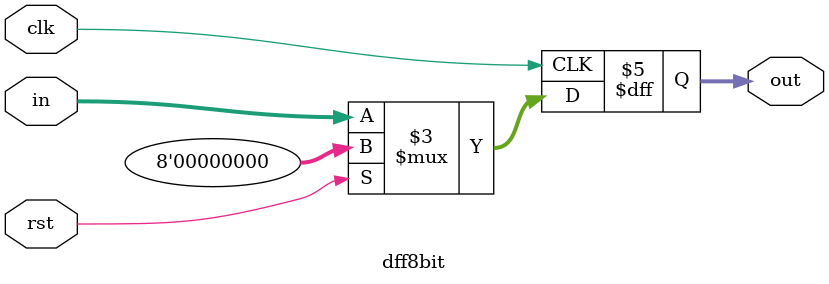
<source format=v>
module dff8bit(clk, rst, in, out);
input clk, rst;
input [7:0] in;
output reg [7:0] out;

always @(posedge clk)
begin
if(rst) out<=0;
else out<=in;
end

endmodule

</source>
